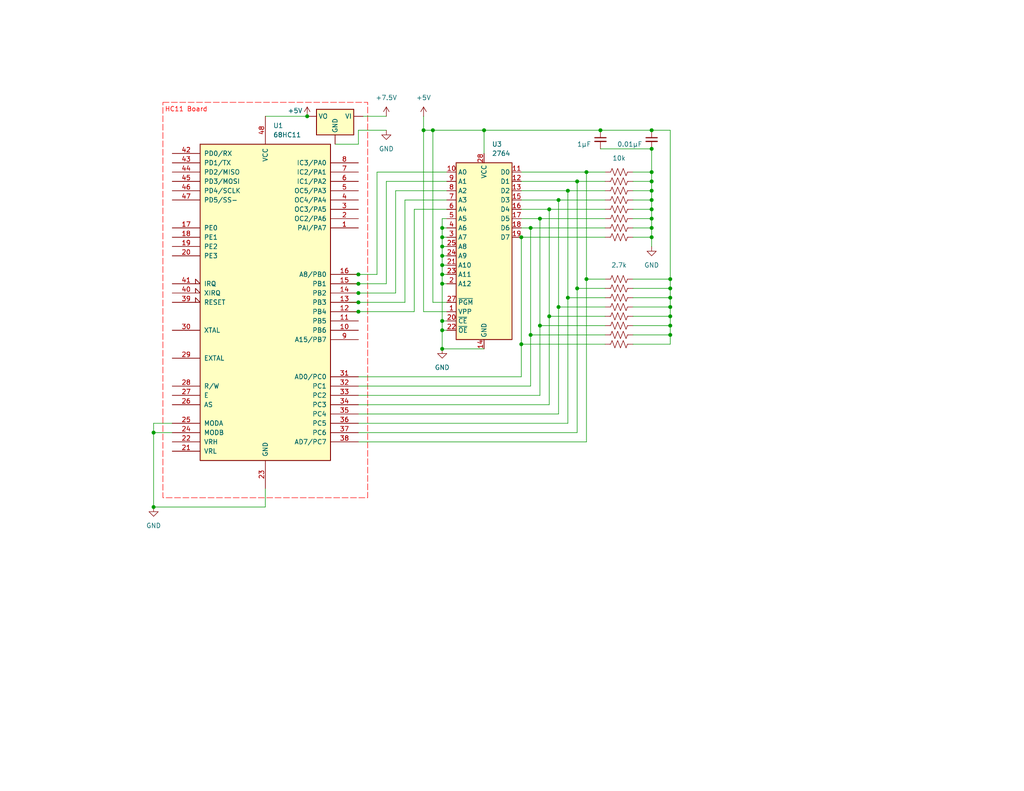
<source format=kicad_sch>
(kicad_sch (version 20250114) (generator "eeschema") (generator_version "9.0")
  (paper "USLetter")
  (title_block (title "CEMICRO Final Project Part I") (date "2025-11-18") (rev "2") (comment 1 "Reads $0000 to $0018 from a 2764 EEPROM."))
  (lib_symbols
    (symbol "Device:C_Small" (pin_numbers (hide yes)) (pin_names (offset 0.254) (hide yes))
      (property "Reference" "C" (at 0.254 1.778 0))
      (property "Value" "C_Small" (at 0.254 -2.032 0))
      (symbol "C_Small_0_1"
        (polyline (pts (xy -1.524 0.508) (xy 1.524 0.508)) (stroke (width 0.3048)))
        (polyline (pts (xy -1.524 -0.508) (xy 1.524 -0.508)) (stroke (width 0.3302)))
      )
      (symbol "C_Small_1_1"
        (pin passive line (at 0 2.54 270) (length 2.032) (name "~") (number "1"))
        (pin passive line (at 0 -2.54 90) (length 2.032) (name "~") (number "2"))
      )
    )
    (symbol "Device:R_US" (pin_numbers (hide yes)) (pin_names (offset 0))
      (property "Reference" "R" (at 2.54 0 90))
      (property "Value" "R_US" (at -2.54 0 90))
      (symbol "R_US_0_1"
        (polyline (pts (xy 0 2.286) (xy 0 2.54)))
        (polyline (pts (xy 0 2.286) (xy 1.016 1.905) (xy 0 1.524) (xy -1.016 1.143) (xy 0 0.762)))
        (polyline (pts (xy 0 0.762) (xy 1.016 0.381) (xy 0 0) (xy -1.016 -0.381) (xy 0 -0.762)))
        (polyline (pts (xy 0 -0.762) (xy 1.016 -1.143) (xy 0 -1.524) (xy -1.016 -1.905) (xy 0 -2.286)))
        (polyline (pts (xy 0 -2.286) (xy 0 -2.54)))
      )
      (symbol "R_US_1_1"
        (pin passive line (at 0 3.81 270) (length 1.27) (name "~") (number "1"))
        (pin passive line (at 0 -3.81 90) (length 1.27) (name "~") (number "2"))
      )
    )
    (symbol "MCU_NXP_HC11:68HC11" (pin_names (offset 1.016))
      (property "Reference" "U" (at 5.08 45.72 0))
      (property "Value" "68HC11" (at 8.89 -45.72 0))
      (symbol "68HC11_0_1"
        (rectangle (start -17.78 -43.18) (end 17.78 43.18) (stroke (width 0.254)) (fill (type background)))
      )
      (symbol "68HC11_1_1"
        (pin input line (at -25.4 40.64 0) (length 7.62) (name "PD0/RX") (number "42"))
        (pin input line (at -25.4 38.1 0) (length 7.62) (name "PD1/TX") (number "43"))
        (pin input line (at -25.4 35.56 0) (length 7.62) (name "PD2/MISO") (number "44"))
        (pin input line (at -25.4 33.02 0) (length 7.62) (name "PD3/MOSI") (number "45"))
        (pin input line (at -25.4 30.48 0) (length 7.62) (name "PD4/SCLK") (number "46"))
        (pin input line (at -25.4 27.94 0) (length 7.62) (name "PD5/SS-") (number "47"))
        (pin input line (at -25.4 20.32 0) (length 7.62) (name "PE0") (number "17"))
        (pin input line (at -25.4 17.78 0) (length 7.62) (name "PE1") (number "18"))
        (pin input line (at -25.4 15.24 0) (length 7.62) (name "PE2") (number "19"))
        (pin input line (at -25.4 12.7 0) (length 7.62) (name "PE3") (number "20"))
        (pin input input_low (at -25.4 5.08 0) (length 7.62) (name "IRQ") (number "41"))
        (pin input input_low (at -25.4 2.54 0) (length 7.62) (name "XIRQ") (number "40"))
        (pin input input_low (at -25.4 0 0) (length 7.62) (name "RESET") (number "39"))
        (pin output line (at -25.4 -7.62 0) (length 7.62) (name "XTAL") (number "30"))
        (pin input line (at -25.4 -15.24 0) (length 7.62) (name "EXTAL") (number "29"))
        (pin output line (at -25.4 -22.86 0) (length 7.62) (name "R/W") (number "28"))
        (pin output line (at -25.4 -25.4 0) (length 7.62) (name "E") (number "27"))
        (pin output line (at -25.4 -27.94 0) (length 7.62) (name "AS") (number "26"))
        (pin input line (at -25.4 -33.02 0) (length 7.62) (name "MODA") (number "25"))
        (pin input line (at -25.4 -35.56 0) (length 7.62) (name "MODB") (number "24"))
        (pin passive line (at -25.4 -38.1 0) (length 7.62) (name "VRH") (number "22"))
        (pin passive line (at -25.4 -40.64 0) (length 7.62) (name "VRL") (number "21"))
        (pin power_in line (at 0 50.8 270) (length 7.62) (name "VCC") (number "48"))
        (pin power_in line (at 0 -50.8 90) (length 7.62) (name "GND") (number "23"))
        (pin input line (at 25.4 38.1 180) (length 7.62) (name "IC3/PA0") (number "8"))
        (pin input line (at 25.4 35.56 180) (length 7.62) (name "IC2/PA1") (number "7"))
        (pin input line (at 25.4 33.02 180) (length 7.62) (name "IC1/PA2") (number "6"))
        (pin output line (at 25.4 30.48 180) (length 7.62) (name "OC5/PA3") (number "5"))
        (pin output line (at 25.4 27.94 180) (length 7.62) (name "OC4/PA4") (number "4"))
        (pin output line (at 25.4 25.4 180) (length 7.62) (name "OC3/PA5") (number "3"))
        (pin output line (at 25.4 22.86 180) (length 7.62) (name "OC2/PA6") (number "2"))
        (pin input line (at 25.4 20.32 180) (length 7.62) (name "PAI/PA7") (number "1"))
        (pin output line (at 25.4 7.62 180) (length 7.62) (name "A8/PB0") (number "16"))
        (pin output line (at 25.4 5.08 180) (length 7.62) (name "PB1") (number "15"))
        (pin output line (at 25.4 2.54 180) (length 7.62) (name "PB2") (number "14"))
        (pin output line (at 25.4 0 180) (length 7.62) (name "PB3") (number "13"))
        (pin output line (at 25.4 -2.54 180) (length 7.62) (name "PB4") (number "12"))
        (pin output line (at 25.4 -5.08 180) (length 7.62) (name "PB5") (number "11"))
        (pin output line (at 25.4 -7.62 180) (length 7.62) (name "PB6") (number "10"))
        (pin output line (at 25.4 -10.16 180) (length 7.62) (name "A15/PB7") (number "9"))
        (pin tri_state line (at 25.4 -20.32 180) (length 7.62) (name "AD0/PC0") (number "31"))
        (pin tri_state line (at 25.4 -22.86 180) (length 7.62) (name "PC1") (number "32"))
        (pin tri_state line (at 25.4 -25.4 180) (length 7.62) (name "PC2") (number "33"))
        (pin tri_state line (at 25.4 -27.94 180) (length 7.62) (name "PC3") (number "34"))
        (pin tri_state line (at 25.4 -30.48 180) (length 7.62) (name "PC4") (number "35"))
        (pin tri_state line (at 25.4 -33.02 180) (length 7.62) (name "PC5") (number "36"))
        (pin tri_state line (at 25.4 -35.56 180) (length 7.62) (name "PC6") (number "37"))
        (pin tri_state line (at 25.4 -38.1 180) (length 7.62) (name "AD7/PC7") (number "38"))
      )
    )
    (symbol "Memory_EPROM:2764"
      (property "Reference" "U" (at -7.62 24.13 0))
      (property "Value" "2764" (at 2.54 -26.67 0))
      (symbol "2764_1_1"
        (rectangle (start -7.62 22.86) (end 7.62 -25.4) (stroke (width 0.254)) (fill (type background)))
        (pin input line (at -10.16 20.32 0) (length 2.54) (name "A0") (number "10"))
        (pin input line (at -10.16 17.78 0) (length 2.54) (name "A1") (number "9"))
        (pin input line (at -10.16 15.24 0) (length 2.54) (name "A2") (number "8"))
        (pin input line (at -10.16 12.7 0) (length 2.54) (name "A3") (number "7"))
        (pin input line (at -10.16 10.16 0) (length 2.54) (name "A4") (number "6"))
        (pin input line (at -10.16 7.62 0) (length 2.54) (name "A5") (number "5"))
        (pin input line (at -10.16 5.08 0) (length 2.54) (name "A6") (number "4"))
        (pin input line (at -10.16 2.54 0) (length 2.54) (name "A7") (number "3"))
        (pin input line (at -10.16 0 0) (length 2.54) (name "A8") (number "25"))
        (pin input line (at -10.16 -2.54 0) (length 2.54) (name "A9") (number "24"))
        (pin input line (at -10.16 -5.08 0) (length 2.54) (name "A10") (number "21"))
        (pin input line (at -10.16 -7.62 0) (length 2.54) (name "A11") (number "23"))
        (pin input line (at -10.16 -10.16 0) (length 2.54) (name "A12") (number "2"))
        (pin input line (at -10.16 -15.24 0) (length 2.54) (name "~{PGM}") (number "27"))
        (pin input line (at -10.16 -17.78 0) (length 2.54) (name "VPP") (number "1"))
        (pin input line (at -10.16 -20.32 0) (length 2.54) (name "~{CE}") (number "20"))
        (pin input line (at -10.16 -22.86 0) (length 2.54) (name "~{OE}") (number "22"))
        (pin power_in line (at 0 25.4 270) (length 2.54) (name "VCC") (number "28"))
        (pin power_in line (at 0 -27.94 90) (length 2.54) (name "GND") (number "14"))
        (pin no_connect line (at 7.62 0 180) (length 2.54) (hide yes) (name "NC") (number "26"))
        (pin tri_state line (at 10.16 20.32 180) (length 2.54) (name "D0") (number "11"))
        (pin tri_state line (at 10.16 17.78 180) (length 2.54) (name "D1") (number "12"))
        (pin tri_state line (at 10.16 15.24 180) (length 2.54) (name "D2") (number "13"))
        (pin tri_state line (at 10.16 12.7 180) (length 2.54) (name "D3") (number "15"))
        (pin tri_state line (at 10.16 10.16 180) (length 2.54) (name "D4") (number "16"))
        (pin tri_state line (at 10.16 7.62 180) (length 2.54) (name "D5") (number "17"))
        (pin tri_state line (at 10.16 5.08 180) (length 2.54) (name "D6") (number "18"))
        (pin tri_state line (at 10.16 2.54 180) (length 2.54) (name "D7") (number "19"))
      )
    )
    (symbol "Regulator_Linear:AMS1117-5.0" (pin_numbers (hide yes))
      (property "Reference" "U" (at -3.81 3.175 0))
      (property "Value" "AMS1117-5.0" (at 0 3.175 0))
      (symbol "AMS1117-5.0_0_1"
        (rectangle (start -5.08 -5.08) (end 5.08 1.905) (stroke (width 0.254)) (fill (type background)))
      )
      (symbol "AMS1117-5.0_1_1"
        (pin power_in line (at -7.62 0 0) (length 2.54) (name "VI") (number "3"))
        (pin power_in line (at 0 -7.62 90) (length 2.54) (name "GND") (number "1"))
        (pin power_out line (at 7.62 0 180) (length 2.54) (name "VO") (number "2"))
      )
    )
    (symbol "power:+5V" (power) (pin_numbers (hide yes)) (pin_names (offset 0) (hide yes))
      (property "Value" "+5V" (at 0 3.556 0))
      (symbol "+5V_0_1"
        (polyline (pts (xy -0.762 1.27) (xy 0 2.54)))
        (polyline (pts (xy 0 2.54) (xy 0.762 1.27)))
        (polyline (pts (xy 0 0) (xy 0 2.54)))
      )
      (symbol "+5V_1_1"
        (pin power_in line (at 0 0 90) (length 0) (name "~") (number "1"))
      )
    )
    (symbol "power:+7.5V" (power) (pin_numbers (hide yes)) (pin_names (offset 0) (hide yes))
      (property "Value" "+7.5V" (at 0 3.556 0))
      (symbol "+7.5V_0_1"
        (polyline (pts (xy -0.762 1.27) (xy 0 2.54)))
        (polyline (pts (xy 0 2.54) (xy 0.762 1.27)))
        (polyline (pts (xy 0 0) (xy 0 2.54)))
      )
      (symbol "+7.5V_1_1"
        (pin power_in line (at 0 0 90) (length 0) (name "~") (number "1"))
      )
    )
    (symbol "power:GND" (power) (pin_numbers (hide yes)) (pin_names (offset 0) (hide yes))
      (property "Value" "GND" (at 0 -3.81 0))
      (symbol "GND_0_1"
        (polyline (pts (xy 0 0) (xy 0 -1.27) (xy 1.27 -1.27) (xy 0 -2.54) (xy -1.27 -1.27) (xy 0 -1.27)))
      )
      (symbol "GND_1_1"
        (pin power_in line (at 0 0 270) (length 0) (name "~") (number "1"))
      )
    )
  )
  (text "HC11 Board" (at 44.958 29.972 0) (effects (font (size 1.27 1.27)) (justify left)))
  (junction (at 149.86 86.36))
  (junction (at 177.8 62.23))
  (junction (at 152.4 83.82))
  (junction (at 120.65 90.17))
  (junction (at 147.32 59.69))
  (junction (at 97.79 74.93))
  (junction (at 118.11 35.56))
  (junction (at 157.48 78.74))
  (junction (at 144.78 62.23))
  (junction (at 120.65 95.25))
  (junction (at 177.8 52.07))
  (junction (at 182.88 83.82))
  (junction (at 182.88 76.2))
  (junction (at 160.02 76.2))
  (junction (at 157.48 49.53))
  (junction (at 177.8 46.99))
  (junction (at 97.79 85.09))
  (junction (at 97.79 82.55))
  (junction (at 177.8 57.15))
  (junction (at 83.82 31.75))
  (junction (at 154.94 52.07))
  (junction (at 182.88 86.36))
  (junction (at 144.78 91.44))
  (junction (at 97.79 77.47))
  (junction (at 142.24 64.77))
  (junction (at 120.65 62.23))
  (junction (at 177.8 54.61))
  (junction (at 120.65 64.77))
  (junction (at 182.88 78.74))
  (junction (at 120.65 87.63))
  (junction (at 149.86 57.15))
  (junction (at 160.02 46.99))
  (junction (at 132.08 35.56))
  (junction (at 41.91 138.43))
  (junction (at 142.24 93.98))
  (junction (at 120.65 67.31))
  (junction (at 177.8 59.69))
  (junction (at 120.65 72.39))
  (junction (at 120.65 69.85))
  (junction (at 120.65 74.93))
  (junction (at 182.88 91.44))
  (junction (at 163.83 35.56))
  (junction (at 152.4 54.61))
  (junction (at 177.8 35.56))
  (junction (at 97.79 80.01))
  (junction (at 182.88 88.9))
  (junction (at 177.8 40.64))
  (junction (at 154.94 81.28))
  (junction (at 41.91 118.11))
  (junction (at 177.8 49.53))
  (junction (at 147.32 88.9))
  (junction (at 177.8 64.77))
  (junction (at 182.88 81.28))
  (junction (at 115.57 35.56))
  (junction (at 120.65 77.47))
  (wire (pts (xy 120.65 74.93) (xy 120.65 77.47)))
  (wire (pts (xy 160.02 76.2) (xy 165.1 76.2)))
  (wire (pts (xy 41.91 118.11) (xy 41.91 138.43)))
  (wire (pts (xy 120.65 72.39) (xy 120.65 74.93)))
  (wire (pts (xy 118.11 35.56) (xy 118.11 82.55)))
  (wire (pts (xy 154.94 52.07) (xy 142.24 52.07)))
  (wire (pts (xy 163.83 35.56) (xy 177.8 35.56)))
  (wire (pts (xy 182.88 83.82) (xy 182.88 86.36)))
  (wire (pts (xy 120.65 69.85) (xy 120.65 72.39)))
  (wire (pts (xy 147.32 59.69) (xy 165.1 59.69)))
  (wire (pts (xy 147.32 88.9) (xy 147.32 107.95)))
  (wire (pts (xy 182.88 35.56) (xy 182.88 76.2)))
  (wire (pts (xy 152.4 54.61) (xy 165.1 54.61)))
  (wire (pts (xy 142.24 93.98) (xy 142.24 102.87)))
  (wire (pts (xy 95.25 80.01) (xy 97.79 80.01)))
  (wire (pts (xy 172.72 62.23) (xy 177.8 62.23)))
  (wire (pts (xy 72.39 31.75) (xy 83.82 31.75)))
  (wire (pts (xy 147.32 88.9) (xy 165.1 88.9)))
  (wire (pts (xy 177.8 40.64) (xy 177.8 46.99)))
  (wire (pts (xy 132.08 35.56) (xy 163.83 35.56)))
  (wire (pts (xy 142.24 64.77) (xy 165.1 64.77)))
  (wire (pts (xy 41.91 118.11) (xy 46.99 118.11)))
  (wire (pts (xy 172.72 83.82) (xy 182.88 83.82)))
  (wire (pts (xy 120.65 62.23) (xy 121.92 62.23)))
  (wire (pts (xy 95.25 82.55) (xy 97.79 82.55)))
  (wire (pts (xy 113.03 57.15) (xy 121.92 57.15)))
  (wire (pts (xy 120.65 90.17) (xy 120.65 95.25)))
  (wire (pts (xy 120.65 67.31) (xy 120.65 69.85)))
  (wire (pts (xy 172.72 91.44) (xy 182.88 91.44)))
  (wire (pts (xy 91.44 39.37) (xy 97.79 39.37)))
  (wire (pts (xy 102.87 74.93) (xy 102.87 46.99)))
  (wire (pts (xy 120.65 77.47) (xy 120.65 87.63)))
  (wire (pts (xy 157.48 78.74) (xy 165.1 78.74)))
  (wire (pts (xy 120.65 64.77) (xy 120.65 67.31)))
  (wire (pts (xy 172.72 49.53) (xy 177.8 49.53)))
  (wire (pts (xy 160.02 76.2) (xy 160.02 120.65)))
  (wire (pts (xy 182.88 76.2) (xy 182.88 78.74)))
  (wire (pts (xy 120.65 90.17) (xy 121.92 90.17)))
  (wire (pts (xy 160.02 76.2) (xy 160.02 46.99)))
  (wire (pts (xy 97.79 118.11) (xy 157.48 118.11)))
  (wire (pts (xy 102.87 46.99) (xy 121.92 46.99)))
  (wire (pts (xy 177.8 62.23) (xy 177.8 64.77)))
  (wire (pts (xy 110.49 82.55) (xy 110.49 54.61)))
  (wire (pts (xy 177.8 46.99) (xy 177.8 49.53)))
  (wire (pts (xy 172.72 46.99) (xy 177.8 46.99)))
  (wire (pts (xy 115.57 35.56) (xy 115.57 85.09)))
  (wire (pts (xy 182.88 78.74) (xy 182.88 81.28)))
  (wire (pts (xy 177.8 59.69) (xy 177.8 62.23)))
  (wire (pts (xy 142.24 64.77) (xy 142.24 93.98)))
  (wire (pts (xy 97.79 107.95) (xy 147.32 107.95)))
  (wire (pts (xy 120.65 77.47) (xy 121.92 77.47)))
  (wire (pts (xy 46.99 115.57) (xy 41.91 115.57)))
  (wire (pts (xy 95.25 77.47) (xy 97.79 77.47)))
  (wire (pts (xy 97.79 74.93) (xy 102.87 74.93)))
  (wire (pts (xy 144.78 62.23) (xy 142.24 62.23)))
  (wire (pts (xy 121.92 59.69) (xy 120.65 59.69)))
  (wire (pts (xy 157.48 49.53) (xy 157.48 78.74)))
  (wire (pts (xy 152.4 83.82) (xy 152.4 54.61)))
  (wire (pts (xy 172.72 76.2) (xy 182.88 76.2)))
  (wire (pts (xy 172.72 52.07) (xy 177.8 52.07)))
  (wire (pts (xy 157.48 49.53) (xy 165.1 49.53)))
  (wire (pts (xy 182.88 91.44) (xy 182.88 93.98)))
  (wire (pts (xy 97.79 39.37) (xy 97.79 35.56)))
  (wire (pts (xy 144.78 62.23) (xy 165.1 62.23)))
  (wire (pts (xy 132.08 35.56) (xy 132.08 41.91)))
  (wire (pts (xy 120.65 95.25) (xy 132.08 95.25)))
  (wire (pts (xy 149.86 86.36) (xy 149.86 57.15)))
  (wire (pts (xy 172.72 93.98) (xy 182.88 93.98)))
  (wire (pts (xy 120.65 87.63) (xy 121.92 87.63)))
  (wire (pts (xy 95.25 74.93) (xy 97.79 74.93)))
  (wire (pts (xy 105.41 49.53) (xy 121.92 49.53)))
  (wire (pts (xy 172.72 59.69) (xy 177.8 59.69)))
  (wire (pts (xy 97.79 120.65) (xy 160.02 120.65)))
  (wire (pts (xy 149.86 86.36) (xy 165.1 86.36)))
  (wire (pts (xy 118.11 35.56) (xy 115.57 35.56)))
  (wire (pts (xy 120.65 72.39) (xy 121.92 72.39)))
  (wire (pts (xy 154.94 81.28) (xy 154.94 115.57)))
  (wire (pts (xy 149.86 86.36) (xy 149.86 110.49)))
  (wire (pts (xy 41.91 115.57) (xy 41.91 118.11)))
  (wire (pts (xy 120.65 64.77) (xy 121.92 64.77)))
  (wire (pts (xy 154.94 81.28) (xy 154.94 52.07)))
  (wire (pts (xy 152.4 54.61) (xy 142.24 54.61)))
  (wire (pts (xy 120.65 67.31) (xy 121.92 67.31)))
  (wire (pts (xy 144.78 91.44) (xy 144.78 62.23)))
  (wire (pts (xy 97.79 105.41) (xy 144.78 105.41)))
  (wire (pts (xy 152.4 83.82) (xy 152.4 113.03)))
  (wire (pts (xy 177.8 57.15) (xy 177.8 59.69)))
  (wire (pts (xy 97.79 102.87) (xy 142.24 102.87)))
  (wire (pts (xy 113.03 85.09) (xy 113.03 57.15)))
  (wire (pts (xy 120.65 62.23) (xy 120.65 64.77)))
  (wire (pts (xy 157.48 49.53) (xy 142.24 49.53)))
  (wire (pts (xy 95.25 85.09) (xy 97.79 85.09)))
  (wire (pts (xy 105.41 77.47) (xy 105.41 49.53)))
  (wire (pts (xy 142.24 59.69) (xy 147.32 59.69)))
  (wire (pts (xy 142.24 93.98) (xy 165.1 93.98)))
  (wire (pts (xy 121.92 82.55) (xy 118.11 82.55)))
  (wire (pts (xy 120.65 69.85) (xy 121.92 69.85)))
  (wire (pts (xy 154.94 52.07) (xy 165.1 52.07)))
  (wire (pts (xy 72.39 138.43) (xy 72.39 133.35)))
  (wire (pts (xy 177.8 54.61) (xy 177.8 57.15)))
  (wire (pts (xy 149.86 57.15) (xy 165.1 57.15)))
  (wire (pts (xy 97.79 113.03) (xy 152.4 113.03)))
  (wire (pts (xy 107.95 80.01) (xy 107.95 52.07)))
  (wire (pts (xy 177.8 49.53) (xy 177.8 52.07)))
  (wire (pts (xy 144.78 91.44) (xy 165.1 91.44)))
  (wire (pts (xy 115.57 31.75) (xy 115.57 35.56)))
  (wire (pts (xy 172.72 64.77) (xy 177.8 64.77)))
  (wire (pts (xy 152.4 83.82) (xy 165.1 83.82)))
  (wire (pts (xy 172.72 88.9) (xy 182.88 88.9)))
  (wire (pts (xy 182.88 86.36) (xy 182.88 88.9)))
  (wire (pts (xy 41.91 138.43) (xy 72.39 138.43)))
  (wire (pts (xy 182.88 81.28) (xy 182.88 83.82)))
  (wire (pts (xy 163.83 40.64) (xy 177.8 40.64)))
  (wire (pts (xy 172.72 57.15) (xy 177.8 57.15)))
  (wire (pts (xy 97.79 77.47) (xy 105.41 77.47)))
  (wire (pts (xy 157.48 78.74) (xy 157.48 118.11)))
  (wire (pts (xy 172.72 78.74) (xy 182.88 78.74)))
  (wire (pts (xy 107.95 52.07) (xy 121.92 52.07)))
  (wire (pts (xy 97.79 80.01) (xy 107.95 80.01)))
  (wire (pts (xy 177.8 64.77) (xy 177.8 67.31)))
  (wire (pts (xy 149.86 57.15) (xy 142.24 57.15)))
  (wire (pts (xy 147.32 88.9) (xy 147.32 59.69)))
  (wire (pts (xy 97.79 110.49) (xy 149.86 110.49)))
  (wire (pts (xy 142.24 46.99) (xy 160.02 46.99)))
  (wire (pts (xy 160.02 46.99) (xy 165.1 46.99)))
  (wire (pts (xy 144.78 91.44) (xy 144.78 105.41)))
  (wire (pts (xy 172.72 81.28) (xy 182.88 81.28)))
  (wire (pts (xy 97.79 82.55) (xy 110.49 82.55)))
  (wire (pts (xy 97.79 115.57) (xy 154.94 115.57)))
  (wire (pts (xy 99.06 31.75) (xy 105.41 31.75)))
  (wire (pts (xy 97.79 35.56) (xy 105.41 35.56)))
  (wire (pts (xy 120.65 59.69) (xy 120.65 62.23)))
  (wire (pts (xy 97.79 85.09) (xy 113.03 85.09)))
  (wire (pts (xy 172.72 86.36) (xy 182.88 86.36)))
  (wire (pts (xy 177.8 35.56) (xy 182.88 35.56)))
  (wire (pts (xy 177.8 52.07) (xy 177.8 54.61)))
  (wire (pts (xy 121.92 85.09) (xy 115.57 85.09)))
  (wire (pts (xy 154.94 81.28) (xy 165.1 81.28)))
  (wire (pts (xy 120.65 74.93) (xy 121.92 74.93)))
  (wire (pts (xy 110.49 54.61) (xy 121.92 54.61)))
  (wire (pts (xy 118.11 35.56) (xy 132.08 35.56)))
  (wire (pts (xy 120.65 87.63) (xy 120.65 90.17)))
  (wire (pts (xy 172.72 54.61) (xy 177.8 54.61)))
  (wire (pts (xy 182.88 88.9) (xy 182.88 91.44)))
  (rule_area (polyline (pts (xy 44.45 27.94) (xy 100.33 27.94) (xy 100.33 135.89) (xy 44.45 135.89)) (stroke (width 0) (type dash))))
  (symbol (lib_id "Device:R_US") (at 168.91 83.82 90) (unit 1)
    (property "Reference" "R12" (effects (hide yes)))
    (property "Value" "2.7k" (effects (hide yes)))
    (property "Description" "Resistor, US symbol" (effects (hide yes)))
  )
  (symbol (lib_id "Device:C_Small") (at 163.83 38.1 0) (mirror y) (unit 1)
    (property "Reference" "C2" (effects (hide yes)))
    (property "Value" "1μF" (at 161.29 39.3762 0) (effects (justify left)))
    (property "Description" "Unpolarized capacitor, small symbol" (effects (hide yes)))
  )
  (symbol (lib_id "Device:R_US") (at 168.91 93.98 90) (unit 1)
    (property "Reference" "R16" (effects (hide yes)))
    (property "Value" "2.7k" (effects (hide yes)))
    (property "Description" "Resistor, US symbol" (effects (hide yes)))
  )
  (symbol (lib_id "power:GND") (at 41.91 138.43 0) (unit 1)
    (property "Reference" "#PWR01" (effects (hide yes)))
    (property "Value" "GND" (at 41.91 143.51 0))
    (property "Description" "Power symbol creates a global label with name \"GND\" , ground" (effects (hide yes)))
  )
  (symbol (lib_id "MCU_NXP_HC11:68HC11") (at 72.39 82.55 0) (unit 1)
    (property "Reference" "U1" (at 74.5333 34.29 0) (effects (justify left)))
    (property "Value" "68HC11" (at 74.5333 36.83 0) (effects (justify left)))
    (property "Description" "HC11 Microcontroller" (effects (hide yes)))
  )
  (symbol (lib_id "Device:R_US") (at 168.91 81.28 90) (unit 1)
    (property "Reference" "R11" (effects (hide yes)))
    (property "Value" "2.7k" (effects (hide yes)))
    (property "Description" "Resistor, US symbol" (effects (hide yes)))
  )
  (symbol (lib_id "Device:R_US") (at 168.91 76.2 90) (unit 1)
    (property "Reference" "R9" (effects (hide yes)))
    (property "Value" "2.7k" (at 168.91 72.39 90))
    (property "Description" "Resistor, US symbol" (effects (hide yes)))
  )
  (symbol (lib_id "Device:R_US") (at 168.91 62.23 90) (unit 1)
    (property "Reference" "R7" (effects (hide yes)))
    (property "Value" "10k" (effects (hide yes)))
    (property "Description" "Resistor, US symbol" (effects (hide yes)))
  )
  (symbol (lib_id "Regulator_Linear:AMS1117-5.0") (at 91.44 31.75 0) (mirror y) (unit 1)
    (property "Reference" "U6" (effects (hide yes)))
    (property "Value" "AMS1117-5.0" (effects (hide yes)))
    (property "Footprint" "Package_TO_SOT_SMD:SOT-223-3_TabPin2" (effects (hide yes)))
    (property "Datasheet" "http://www.advanced-monolithic.com/pdf/ds1117.pdf" (effects (hide yes)))
    (property "Description" "1A Low Dropout regulator, positive, 5.0V fixed output, SOT-223" (effects (hide yes)))
  )
  (symbol (lib_id "power:+7.5V") (at 105.41 31.75 0) (unit 1)
    (property "Reference" "#PWR08" (effects (hide yes)))
    (property "Value" "+7.5V" (at 105.41 26.67 0))
    (property "Description" "Power symbol creates a global label with name \"+7.5V\"" (effects (hide yes)))
  )
  (symbol (lib_id "Device:R_US") (at 168.91 59.69 90) (unit 1)
    (property "Reference" "R6" (effects (hide yes)))
    (property "Value" "10k" (effects (hide yes)))
    (property "Description" "Resistor, US symbol" (effects (hide yes)))
  )
  (symbol (lib_id "Device:R_US") (at 168.91 46.99 90) (unit 1)
    (property "Reference" "R1" (effects (hide yes)))
    (property "Value" "10k" (at 168.91 43.18 90))
    (property "Description" "Resistor, US symbol" (effects (hide yes)))
  )
  (symbol (lib_id "Device:R_US") (at 168.91 54.61 90) (unit 1)
    (property "Reference" "R4" (effects (hide yes)))
    (property "Value" "10k" (effects (hide yes)))
    (property "Description" "Resistor, US symbol" (effects (hide yes)))
  )
  (symbol (lib_id "power:GND") (at 120.65 95.25 0) (unit 1)
    (property "Reference" "#PWR03" (effects (hide yes)))
    (property "Value" "GND" (at 120.65 100.33 0))
    (property "Description" "Power symbol creates a global label with name \"GND\" , ground" (effects (hide yes)))
  )
  (symbol (lib_id "Device:R_US") (at 168.91 78.74 90) (unit 1)
    (property "Reference" "R10" (effects (hide yes)))
    (property "Value" "2.7k" (effects (hide yes)))
    (property "Description" "Resistor, US symbol" (effects (hide yes)))
  )
  (symbol (lib_id "Device:R_US") (at 168.91 91.44 90) (unit 1)
    (property "Reference" "R15" (effects (hide yes)))
    (property "Value" "2.7k" (effects (hide yes)))
    (property "Description" "Resistor, US symbol" (effects (hide yes)))
  )
  (symbol (lib_id "Device:R_US") (at 168.91 57.15 90) (unit 1)
    (property "Reference" "R5" (effects (hide yes)))
    (property "Value" "10k" (effects (hide yes)))
    (property "Description" "Resistor, US symbol" (effects (hide yes)))
  )
  (symbol (lib_id "power:GND") (at 105.41 35.56 0) (unit 1)
    (property "Reference" "#PWR06" (effects (hide yes)))
    (property "Value" "GND" (at 105.41 40.64 0))
    (property "Description" "Power symbol creates a global label with name \"GND\" , ground" (effects (hide yes)))
  )
  (symbol (lib_id "power:+5V") (at 115.57 31.75 0) (unit 1)
    (property "Reference" "#PWR07" (effects (hide yes)))
    (property "Value" "+5V" (at 115.57 26.67 0))
    (property "Description" "Power symbol creates a global label with name \"+5V\"" (effects (hide yes)))
  )
  (symbol (lib_id "power:GND") (at 177.8 67.31 0) (unit 1)
    (property "Reference" "#PWR05" (effects (hide yes)))
    (property "Value" "GND" (at 177.8 72.39 0))
    (property "Description" "Power symbol creates a global label with name \"GND\" , ground" (effects (hide yes)))
  )
  (symbol (lib_id "Device:C_Small") (at 177.8 38.1 0) (mirror y) (unit 1)
    (property "Reference" "C1" (effects (hide yes)))
    (property "Value" "0.01μF" (at 175.26 39.3762 0) (effects (justify left)))
    (property "Description" "Unpolarized capacitor, small symbol" (effects (hide yes)))
  )
  (symbol (lib_id "Device:R_US") (at 168.91 86.36 90) (unit 1)
    (property "Reference" "R13" (effects (hide yes)))
    (property "Value" "2.7k" (effects (hide yes)))
    (property "Description" "Resistor, US symbol" (effects (hide yes)))
  )
  (symbol (lib_id "power:+5V") (at 83.82 31.75 0) (unit 1)
    (property "Reference" "#PWR09" (effects (hide yes)))
    (property "Value" "+5V" (at 80.518 30.226 0))
    (property "Description" "Power symbol creates a global label with name \"+5V\"" (effects (hide yes)))
  )
  (symbol (lib_id "Memory_EPROM:2764") (at 132.08 67.31 0) (unit 1)
    (property "Reference" "U3" (at 134.2233 39.37 0) (effects (justify left)))
    (property "Value" "2764" (at 134.2233 41.91 0) (effects (justify left)))
    (property "Footprint" "Package_DIP:DIP-28_W15.24mm" (effects (hide yes)))
    (property "Datasheet" "https://downloads.reactivemicro.com/Electronics/ROM/2764%20EPROM.pdf" (effects (hide yes)))
    (property "Description" "EPROM 64 KiBit, [Obsolete 2000-11]" (effects (hide yes)))
  )
  (symbol (lib_id "Device:R_US") (at 168.91 49.53 90) (unit 1)
    (property "Reference" "R2" (effects (hide yes)))
    (property "Value" "10k" (effects (hide yes)))
    (property "Description" "Resistor, US symbol" (effects (hide yes)))
  )
  (symbol (lib_id "Device:R_US") (at 168.91 88.9 90) (unit 1)
    (property "Reference" "R14" (effects (hide yes)))
    (property "Value" "2.7k" (effects (hide yes)))
    (property "Description" "Resistor, US symbol" (effects (hide yes)))
  )
  (symbol (lib_id "Device:R_US") (at 168.91 64.77 90) (unit 1)
    (property "Reference" "R8" (effects (hide yes)))
    (property "Value" "10k" (effects (hide yes)))
    (property "Description" "Resistor, US symbol" (effects (hide yes)))
  )
  (symbol (lib_id "Device:R_US") (at 168.91 52.07 90) (unit 1)
    (property "Reference" "R3" (effects (hide yes)))
    (property "Value" "10k" (effects (hide yes)))
    (property "Description" "Resistor, US symbol" (effects (hide yes)))
  )
)
</source>
